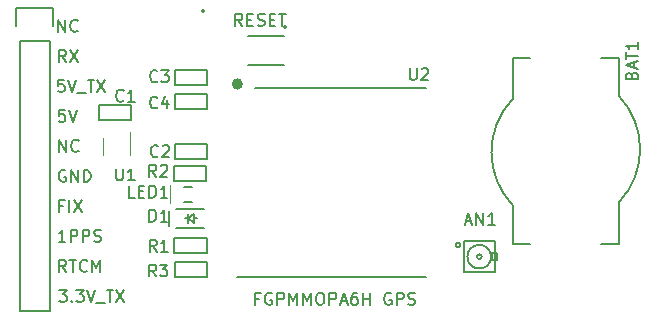
<source format=gto>
%TF.GenerationSoftware,KiCad,Pcbnew,4.0.5-e0-6337~49~ubuntu16.04.1*%
%TF.CreationDate,2017-01-10T12:19:59-08:00*%
%TF.ProjectId,fgpmmopa6h-gps-breakout,6667706D6D6F706136682D6770732D62,v1.0*%
%TF.FileFunction,Legend,Top*%
%FSLAX46Y46*%
G04 Gerber Fmt 4.6, Leading zero omitted, Abs format (unit mm)*
G04 Created by KiCad (PCBNEW 4.0.5-e0-6337~49~ubuntu16.04.1) date Tue Jan 10 12:19:59 2017*
%MOMM*%
%LPD*%
G01*
G04 APERTURE LIST*
%ADD10C,0.350000*%
%ADD11C,0.152400*%
%ADD12C,0.203200*%
%ADD13C,0.150000*%
%ADD14C,0.050000*%
%ADD15C,0.120000*%
%ADD16C,0.508000*%
G04 APERTURE END LIST*
D10*
D11*
X148384381Y-81231619D02*
X148045715Y-80747810D01*
X147803810Y-81231619D02*
X147803810Y-80215619D01*
X148190857Y-80215619D01*
X148287619Y-80264000D01*
X148336000Y-80312381D01*
X148384381Y-80409143D01*
X148384381Y-80554286D01*
X148336000Y-80651048D01*
X148287619Y-80699429D01*
X148190857Y-80747810D01*
X147803810Y-80747810D01*
X148819810Y-80699429D02*
X149158476Y-80699429D01*
X149303619Y-81231619D02*
X148819810Y-81231619D01*
X148819810Y-80215619D01*
X149303619Y-80215619D01*
X149690667Y-81183238D02*
X149835810Y-81231619D01*
X150077714Y-81231619D01*
X150174476Y-81183238D01*
X150222857Y-81134857D01*
X150271238Y-81038095D01*
X150271238Y-80941333D01*
X150222857Y-80844571D01*
X150174476Y-80796190D01*
X150077714Y-80747810D01*
X149884191Y-80699429D01*
X149787429Y-80651048D01*
X149739048Y-80602667D01*
X149690667Y-80505905D01*
X149690667Y-80409143D01*
X149739048Y-80312381D01*
X149787429Y-80264000D01*
X149884191Y-80215619D01*
X150126095Y-80215619D01*
X150271238Y-80264000D01*
X150706667Y-80699429D02*
X151045333Y-80699429D01*
X151190476Y-81231619D02*
X150706667Y-81231619D01*
X150706667Y-80215619D01*
X151190476Y-80215619D01*
X151480762Y-80215619D02*
X152061333Y-80215619D01*
X151771048Y-81231619D02*
X151771048Y-80215619D01*
X149799524Y-104321429D02*
X149460858Y-104321429D01*
X149460858Y-104853619D02*
X149460858Y-103837619D01*
X149944667Y-103837619D01*
X150863905Y-103886000D02*
X150767143Y-103837619D01*
X150622000Y-103837619D01*
X150476858Y-103886000D01*
X150380096Y-103982762D01*
X150331715Y-104079524D01*
X150283334Y-104273048D01*
X150283334Y-104418190D01*
X150331715Y-104611714D01*
X150380096Y-104708476D01*
X150476858Y-104805238D01*
X150622000Y-104853619D01*
X150718762Y-104853619D01*
X150863905Y-104805238D01*
X150912286Y-104756857D01*
X150912286Y-104418190D01*
X150718762Y-104418190D01*
X151347715Y-104853619D02*
X151347715Y-103837619D01*
X151734762Y-103837619D01*
X151831524Y-103886000D01*
X151879905Y-103934381D01*
X151928286Y-104031143D01*
X151928286Y-104176286D01*
X151879905Y-104273048D01*
X151831524Y-104321429D01*
X151734762Y-104369810D01*
X151347715Y-104369810D01*
X152363715Y-104853619D02*
X152363715Y-103837619D01*
X152702381Y-104563333D01*
X153041048Y-103837619D01*
X153041048Y-104853619D01*
X153524858Y-104853619D02*
X153524858Y-103837619D01*
X153863524Y-104563333D01*
X154202191Y-103837619D01*
X154202191Y-104853619D01*
X154879525Y-103837619D02*
X155073048Y-103837619D01*
X155169810Y-103886000D01*
X155266572Y-103982762D01*
X155314953Y-104176286D01*
X155314953Y-104514952D01*
X155266572Y-104708476D01*
X155169810Y-104805238D01*
X155073048Y-104853619D01*
X154879525Y-104853619D01*
X154782763Y-104805238D01*
X154686001Y-104708476D01*
X154637620Y-104514952D01*
X154637620Y-104176286D01*
X154686001Y-103982762D01*
X154782763Y-103886000D01*
X154879525Y-103837619D01*
X155750382Y-104853619D02*
X155750382Y-103837619D01*
X156137429Y-103837619D01*
X156234191Y-103886000D01*
X156282572Y-103934381D01*
X156330953Y-104031143D01*
X156330953Y-104176286D01*
X156282572Y-104273048D01*
X156234191Y-104321429D01*
X156137429Y-104369810D01*
X155750382Y-104369810D01*
X156718001Y-104563333D02*
X157201810Y-104563333D01*
X156621239Y-104853619D02*
X156959906Y-103837619D01*
X157298572Y-104853619D01*
X158072667Y-103837619D02*
X157879144Y-103837619D01*
X157782382Y-103886000D01*
X157734001Y-103934381D01*
X157637239Y-104079524D01*
X157588858Y-104273048D01*
X157588858Y-104660095D01*
X157637239Y-104756857D01*
X157685620Y-104805238D01*
X157782382Y-104853619D01*
X157975905Y-104853619D01*
X158072667Y-104805238D01*
X158121048Y-104756857D01*
X158169429Y-104660095D01*
X158169429Y-104418190D01*
X158121048Y-104321429D01*
X158072667Y-104273048D01*
X157975905Y-104224667D01*
X157782382Y-104224667D01*
X157685620Y-104273048D01*
X157637239Y-104321429D01*
X157588858Y-104418190D01*
X158604858Y-104853619D02*
X158604858Y-103837619D01*
X158604858Y-104321429D02*
X159185429Y-104321429D01*
X159185429Y-104853619D02*
X159185429Y-103837619D01*
X160975524Y-103886000D02*
X160878762Y-103837619D01*
X160733619Y-103837619D01*
X160588477Y-103886000D01*
X160491715Y-103982762D01*
X160443334Y-104079524D01*
X160394953Y-104273048D01*
X160394953Y-104418190D01*
X160443334Y-104611714D01*
X160491715Y-104708476D01*
X160588477Y-104805238D01*
X160733619Y-104853619D01*
X160830381Y-104853619D01*
X160975524Y-104805238D01*
X161023905Y-104756857D01*
X161023905Y-104418190D01*
X160830381Y-104418190D01*
X161459334Y-104853619D02*
X161459334Y-103837619D01*
X161846381Y-103837619D01*
X161943143Y-103886000D01*
X161991524Y-103934381D01*
X162039905Y-104031143D01*
X162039905Y-104176286D01*
X161991524Y-104273048D01*
X161943143Y-104321429D01*
X161846381Y-104369810D01*
X161459334Y-104369810D01*
X162426953Y-104805238D02*
X162572096Y-104853619D01*
X162814000Y-104853619D01*
X162910762Y-104805238D01*
X162959143Y-104756857D01*
X163007524Y-104660095D01*
X163007524Y-104563333D01*
X162959143Y-104466571D01*
X162910762Y-104418190D01*
X162814000Y-104369810D01*
X162620477Y-104321429D01*
X162523715Y-104273048D01*
X162475334Y-104224667D01*
X162426953Y-104127905D01*
X162426953Y-104031143D01*
X162475334Y-103934381D01*
X162523715Y-103886000D01*
X162620477Y-103837619D01*
X162862381Y-103837619D01*
X163007524Y-103886000D01*
X132878286Y-103583619D02*
X133507238Y-103583619D01*
X133168572Y-103970667D01*
X133313714Y-103970667D01*
X133410476Y-104019048D01*
X133458857Y-104067429D01*
X133507238Y-104164190D01*
X133507238Y-104406095D01*
X133458857Y-104502857D01*
X133410476Y-104551238D01*
X133313714Y-104599619D01*
X133023429Y-104599619D01*
X132926667Y-104551238D01*
X132878286Y-104502857D01*
X133942667Y-104502857D02*
X133991048Y-104551238D01*
X133942667Y-104599619D01*
X133894286Y-104551238D01*
X133942667Y-104502857D01*
X133942667Y-104599619D01*
X134329715Y-103583619D02*
X134958667Y-103583619D01*
X134620001Y-103970667D01*
X134765143Y-103970667D01*
X134861905Y-104019048D01*
X134910286Y-104067429D01*
X134958667Y-104164190D01*
X134958667Y-104406095D01*
X134910286Y-104502857D01*
X134861905Y-104551238D01*
X134765143Y-104599619D01*
X134474858Y-104599619D01*
X134378096Y-104551238D01*
X134329715Y-104502857D01*
X135248953Y-103583619D02*
X135587620Y-104599619D01*
X135926286Y-103583619D01*
X136023048Y-104696381D02*
X136797143Y-104696381D01*
X136893905Y-103583619D02*
X137474476Y-103583619D01*
X137184191Y-104599619D02*
X137184191Y-103583619D01*
X137716381Y-103583619D02*
X138393714Y-104599619D01*
X138393714Y-103583619D02*
X137716381Y-104599619D01*
X133458857Y-102059619D02*
X133120191Y-101575810D01*
X132878286Y-102059619D02*
X132878286Y-101043619D01*
X133265333Y-101043619D01*
X133362095Y-101092000D01*
X133410476Y-101140381D01*
X133458857Y-101237143D01*
X133458857Y-101382286D01*
X133410476Y-101479048D01*
X133362095Y-101527429D01*
X133265333Y-101575810D01*
X132878286Y-101575810D01*
X133749143Y-101043619D02*
X134329714Y-101043619D01*
X134039429Y-102059619D02*
X134039429Y-101043619D01*
X135248952Y-101962857D02*
X135200571Y-102011238D01*
X135055428Y-102059619D01*
X134958666Y-102059619D01*
X134813524Y-102011238D01*
X134716762Y-101914476D01*
X134668381Y-101817714D01*
X134620000Y-101624190D01*
X134620000Y-101479048D01*
X134668381Y-101285524D01*
X134716762Y-101188762D01*
X134813524Y-101092000D01*
X134958666Y-101043619D01*
X135055428Y-101043619D01*
X135200571Y-101092000D01*
X135248952Y-101140381D01*
X135684381Y-102059619D02*
X135684381Y-101043619D01*
X136023047Y-101769333D01*
X136361714Y-101043619D01*
X136361714Y-102059619D01*
X133410476Y-99519619D02*
X132829905Y-99519619D01*
X133120191Y-99519619D02*
X133120191Y-98503619D01*
X133023429Y-98648762D01*
X132926667Y-98745524D01*
X132829905Y-98793905D01*
X133845905Y-99519619D02*
X133845905Y-98503619D01*
X134232952Y-98503619D01*
X134329714Y-98552000D01*
X134378095Y-98600381D01*
X134426476Y-98697143D01*
X134426476Y-98842286D01*
X134378095Y-98939048D01*
X134329714Y-98987429D01*
X134232952Y-99035810D01*
X133845905Y-99035810D01*
X134861905Y-99519619D02*
X134861905Y-98503619D01*
X135248952Y-98503619D01*
X135345714Y-98552000D01*
X135394095Y-98600381D01*
X135442476Y-98697143D01*
X135442476Y-98842286D01*
X135394095Y-98939048D01*
X135345714Y-98987429D01*
X135248952Y-99035810D01*
X134861905Y-99035810D01*
X135829524Y-99471238D02*
X135974667Y-99519619D01*
X136216571Y-99519619D01*
X136313333Y-99471238D01*
X136361714Y-99422857D01*
X136410095Y-99326095D01*
X136410095Y-99229333D01*
X136361714Y-99132571D01*
X136313333Y-99084190D01*
X136216571Y-99035810D01*
X136023048Y-98987429D01*
X135926286Y-98939048D01*
X135877905Y-98890667D01*
X135829524Y-98793905D01*
X135829524Y-98697143D01*
X135877905Y-98600381D01*
X135926286Y-98552000D01*
X136023048Y-98503619D01*
X136264952Y-98503619D01*
X136410095Y-98552000D01*
X133216952Y-96447429D02*
X132878286Y-96447429D01*
X132878286Y-96979619D02*
X132878286Y-95963619D01*
X133362095Y-95963619D01*
X133749143Y-96979619D02*
X133749143Y-95963619D01*
X134136191Y-95963619D02*
X134813524Y-96979619D01*
X134813524Y-95963619D02*
X134136191Y-96979619D01*
X133410476Y-93472000D02*
X133313714Y-93423619D01*
X133168571Y-93423619D01*
X133023429Y-93472000D01*
X132926667Y-93568762D01*
X132878286Y-93665524D01*
X132829905Y-93859048D01*
X132829905Y-94004190D01*
X132878286Y-94197714D01*
X132926667Y-94294476D01*
X133023429Y-94391238D01*
X133168571Y-94439619D01*
X133265333Y-94439619D01*
X133410476Y-94391238D01*
X133458857Y-94342857D01*
X133458857Y-94004190D01*
X133265333Y-94004190D01*
X133894286Y-94439619D02*
X133894286Y-93423619D01*
X134474857Y-94439619D01*
X134474857Y-93423619D01*
X134958667Y-94439619D02*
X134958667Y-93423619D01*
X135200572Y-93423619D01*
X135345714Y-93472000D01*
X135442476Y-93568762D01*
X135490857Y-93665524D01*
X135539238Y-93859048D01*
X135539238Y-94004190D01*
X135490857Y-94197714D01*
X135442476Y-94294476D01*
X135345714Y-94391238D01*
X135200572Y-94439619D01*
X134958667Y-94439619D01*
X132878286Y-91899619D02*
X132878286Y-90883619D01*
X133458857Y-91899619D01*
X133458857Y-90883619D01*
X134523238Y-91802857D02*
X134474857Y-91851238D01*
X134329714Y-91899619D01*
X134232952Y-91899619D01*
X134087810Y-91851238D01*
X133991048Y-91754476D01*
X133942667Y-91657714D01*
X133894286Y-91464190D01*
X133894286Y-91319048D01*
X133942667Y-91125524D01*
X133991048Y-91028762D01*
X134087810Y-90932000D01*
X134232952Y-90883619D01*
X134329714Y-90883619D01*
X134474857Y-90932000D01*
X134523238Y-90980381D01*
X133362095Y-88343619D02*
X132878286Y-88343619D01*
X132829905Y-88827429D01*
X132878286Y-88779048D01*
X132975048Y-88730667D01*
X133216952Y-88730667D01*
X133313714Y-88779048D01*
X133362095Y-88827429D01*
X133410476Y-88924190D01*
X133410476Y-89166095D01*
X133362095Y-89262857D01*
X133313714Y-89311238D01*
X133216952Y-89359619D01*
X132975048Y-89359619D01*
X132878286Y-89311238D01*
X132829905Y-89262857D01*
X133700762Y-88343619D02*
X134039429Y-89359619D01*
X134378095Y-88343619D01*
X133295572Y-85803619D02*
X132811763Y-85803619D01*
X132763382Y-86287429D01*
X132811763Y-86239048D01*
X132908525Y-86190667D01*
X133150429Y-86190667D01*
X133247191Y-86239048D01*
X133295572Y-86287429D01*
X133343953Y-86384190D01*
X133343953Y-86626095D01*
X133295572Y-86722857D01*
X133247191Y-86771238D01*
X133150429Y-86819619D01*
X132908525Y-86819619D01*
X132811763Y-86771238D01*
X132763382Y-86722857D01*
X133634239Y-85803619D02*
X133972906Y-86819619D01*
X134311572Y-85803619D01*
X134408334Y-86916381D02*
X135182429Y-86916381D01*
X135279191Y-85803619D02*
X135859762Y-85803619D01*
X135569477Y-86819619D02*
X135569477Y-85803619D01*
X136101667Y-85803619D02*
X136779000Y-86819619D01*
X136779000Y-85803619D02*
X136101667Y-86819619D01*
X133458857Y-84279619D02*
X133120191Y-83795810D01*
X132878286Y-84279619D02*
X132878286Y-83263619D01*
X133265333Y-83263619D01*
X133362095Y-83312000D01*
X133410476Y-83360381D01*
X133458857Y-83457143D01*
X133458857Y-83602286D01*
X133410476Y-83699048D01*
X133362095Y-83747429D01*
X133265333Y-83795810D01*
X132878286Y-83795810D01*
X133797524Y-83263619D02*
X134474857Y-84279619D01*
X134474857Y-83263619D02*
X133797524Y-84279619D01*
X132805715Y-81739619D02*
X132805715Y-80723619D01*
X133386286Y-81739619D01*
X133386286Y-80723619D01*
X134450667Y-81642857D02*
X134402286Y-81691238D01*
X134257143Y-81739619D01*
X134160381Y-81739619D01*
X134015239Y-81691238D01*
X133918477Y-81594476D01*
X133870096Y-81497714D01*
X133821715Y-81304190D01*
X133821715Y-81159048D01*
X133870096Y-80965524D01*
X133918477Y-80868762D01*
X134015239Y-80772000D01*
X134160381Y-80723619D01*
X134257143Y-80723619D01*
X134402286Y-80772000D01*
X134450667Y-80820381D01*
D12*
X169541500Y-101074500D02*
X169541500Y-100474500D01*
X169941500Y-101074500D02*
X169441500Y-101074500D01*
X169941500Y-101074500D02*
X169941500Y-100474500D01*
X169941500Y-100474500D02*
X169441500Y-100474500D01*
X168641500Y-100774500D02*
G75*
G03X168641500Y-100774500I-200000J0D01*
G01*
X169441500Y-100774500D02*
G75*
G03X169441500Y-100774500I-1000000J0D01*
G01*
X167141500Y-99474500D02*
X167141500Y-102074500D01*
X167141500Y-102074500D02*
X169741500Y-102074500D01*
X169741500Y-102074500D02*
X169741500Y-99474500D01*
X169741500Y-99474500D02*
X167141500Y-99474500D01*
X166841500Y-99774500D02*
G75*
G03X166841500Y-99774500I-200000J0D01*
G01*
D11*
X180268000Y-83914000D02*
X178768000Y-83914000D01*
X180268000Y-87164000D02*
X180268000Y-83914000D01*
X180268000Y-99664000D02*
X178768000Y-99664000D01*
X180268000Y-99414000D02*
X180268000Y-99664000D01*
X180268000Y-96164000D02*
X180268000Y-99414000D01*
X180301387Y-96128494D02*
G75*
G03X180268000Y-87164000I-4783387J4464494D01*
G01*
X171234613Y-87449506D02*
G75*
G03X171268000Y-96414000I4783387J-4464494D01*
G01*
X171268000Y-87414000D02*
X171268000Y-84164000D01*
X171268000Y-84164000D02*
X171268000Y-83914000D01*
X171268000Y-83914000D02*
X172768000Y-83914000D01*
X171268000Y-96414000D02*
X171268000Y-99664000D01*
X171268000Y-99664000D02*
X172768000Y-99664000D01*
X136219500Y-87947500D02*
X136219500Y-89217500D01*
X138950000Y-87947500D02*
X138950000Y-89217500D01*
D13*
X136219500Y-87947500D02*
X138950000Y-87947500D01*
X138950000Y-89217500D02*
X136219500Y-89217500D01*
D11*
X145403000Y-92519500D02*
X145403000Y-91249500D01*
X142672500Y-92519500D02*
X142672500Y-91249500D01*
D13*
X145403000Y-92519500D02*
X142672500Y-92519500D01*
X142672500Y-91249500D02*
X145403000Y-91249500D01*
D11*
X145403000Y-86233000D02*
X145403000Y-84963000D01*
X142672500Y-86233000D02*
X142672500Y-84963000D01*
D13*
X145403000Y-86233000D02*
X142672500Y-86233000D01*
X142672500Y-84963000D02*
X145403000Y-84963000D01*
D11*
X145427000Y-88265000D02*
X145427000Y-86995000D01*
X142696500Y-88265000D02*
X142696500Y-86995000D01*
D13*
X145427000Y-88265000D02*
X142696500Y-88265000D01*
X142696500Y-86995000D02*
X145427000Y-86995000D01*
D11*
X142157000Y-96936000D02*
X142157000Y-98136000D01*
D13*
X144307000Y-97536000D02*
X144557000Y-97536000D01*
X143807000Y-97536000D02*
X143557000Y-97536000D01*
X143807000Y-97536000D02*
X144307000Y-97186000D01*
X144307000Y-97186000D02*
X144307000Y-97886000D01*
X144307000Y-97886000D02*
X143807000Y-97536000D01*
X143807000Y-97186000D02*
X143807000Y-97886000D01*
X142757000Y-98336000D02*
X145157000Y-98336000D01*
X142757000Y-96736000D02*
X145157000Y-96736000D01*
D14*
X142252000Y-96266000D02*
X142252000Y-94742000D01*
D13*
X143426000Y-94904000D02*
X144126000Y-94904000D01*
X144126000Y-96104000D02*
X143426000Y-96104000D01*
D11*
X142633000Y-99187000D02*
X142633000Y-100457000D01*
X145363500Y-99187000D02*
X145363500Y-100457000D01*
D13*
X142633000Y-99187000D02*
X145363500Y-99187000D01*
X145363500Y-100457000D02*
X142633000Y-100457000D01*
D11*
X142609000Y-93091000D02*
X142609000Y-94361000D01*
X145339500Y-93091000D02*
X145339500Y-94361000D01*
D13*
X142609000Y-93091000D02*
X145339500Y-93091000D01*
X145339500Y-94361000D02*
X142609000Y-94361000D01*
D11*
X145403000Y-102489000D02*
X145403000Y-101219000D01*
X142672500Y-102489000D02*
X142672500Y-101219000D01*
D13*
X145403000Y-102489000D02*
X142672500Y-102489000D01*
X142672500Y-101219000D02*
X145403000Y-101219000D01*
X151883320Y-82062000D02*
X148883320Y-82062000D01*
X151883320Y-84562000D02*
X148883320Y-84562000D01*
D10*
X151990000Y-81312000D02*
X151990000Y-81312000D01*
X145067980Y-79998820D02*
X145067980Y-79998820D01*
D15*
X138876500Y-92142500D02*
X138876500Y-90242500D01*
X136556500Y-90742500D02*
X136556500Y-92142500D01*
D16*
X148184953Y-86149180D02*
G75*
G03X148184953Y-86149180I-228953J0D01*
G01*
D11*
X149415500Y-86530180D02*
X163957000Y-86530180D01*
X163957000Y-102532180D02*
X147955000Y-102532180D01*
D13*
X132080000Y-82550000D02*
X132080000Y-105410000D01*
X132080000Y-105410000D02*
X129540000Y-105410000D01*
X129540000Y-105410000D02*
X129540000Y-82550000D01*
X132360000Y-79730000D02*
X132360000Y-81280000D01*
X132080000Y-82550000D02*
X129540000Y-82550000D01*
X129260000Y-81280000D02*
X129260000Y-79730000D01*
X129260000Y-79730000D02*
X132360000Y-79730000D01*
X167290905Y-97766167D02*
X167767096Y-97766167D01*
X167195667Y-98051881D02*
X167529000Y-97051881D01*
X167862334Y-98051881D01*
X168195667Y-98051881D02*
X168195667Y-97051881D01*
X168767096Y-98051881D01*
X168767096Y-97051881D01*
X169767096Y-98051881D02*
X169195667Y-98051881D01*
X169481381Y-98051881D02*
X169481381Y-97051881D01*
X169386143Y-97194738D01*
X169290905Y-97289976D01*
X169195667Y-97337595D01*
X181348071Y-85415285D02*
X181395690Y-85272428D01*
X181443310Y-85224809D01*
X181538548Y-85177190D01*
X181681405Y-85177190D01*
X181776643Y-85224809D01*
X181824262Y-85272428D01*
X181871881Y-85367666D01*
X181871881Y-85748619D01*
X180871881Y-85748619D01*
X180871881Y-85415285D01*
X180919500Y-85320047D01*
X180967119Y-85272428D01*
X181062357Y-85224809D01*
X181157595Y-85224809D01*
X181252833Y-85272428D01*
X181300452Y-85320047D01*
X181348071Y-85415285D01*
X181348071Y-85748619D01*
X181586167Y-84796238D02*
X181586167Y-84320047D01*
X181871881Y-84891476D02*
X180871881Y-84558143D01*
X181871881Y-84224809D01*
X180871881Y-84034333D02*
X180871881Y-83462904D01*
X181871881Y-83748619D02*
X180871881Y-83748619D01*
X181871881Y-82605761D02*
X181871881Y-83177190D01*
X181871881Y-82891476D02*
X180871881Y-82891476D01*
X181014738Y-82986714D01*
X181109976Y-83081952D01*
X181157595Y-83177190D01*
X138326834Y-87542643D02*
X138279215Y-87590262D01*
X138136358Y-87637881D01*
X138041120Y-87637881D01*
X137898262Y-87590262D01*
X137803024Y-87495024D01*
X137755405Y-87399786D01*
X137707786Y-87209310D01*
X137707786Y-87066452D01*
X137755405Y-86875976D01*
X137803024Y-86780738D01*
X137898262Y-86685500D01*
X138041120Y-86637881D01*
X138136358Y-86637881D01*
X138279215Y-86685500D01*
X138326834Y-86733119D01*
X139279215Y-87637881D02*
X138707786Y-87637881D01*
X138993500Y-87637881D02*
X138993500Y-86637881D01*
X138898262Y-86780738D01*
X138803024Y-86875976D01*
X138707786Y-86923595D01*
X141247834Y-92241643D02*
X141200215Y-92289262D01*
X141057358Y-92336881D01*
X140962120Y-92336881D01*
X140819262Y-92289262D01*
X140724024Y-92194024D01*
X140676405Y-92098786D01*
X140628786Y-91908310D01*
X140628786Y-91765452D01*
X140676405Y-91574976D01*
X140724024Y-91479738D01*
X140819262Y-91384500D01*
X140962120Y-91336881D01*
X141057358Y-91336881D01*
X141200215Y-91384500D01*
X141247834Y-91432119D01*
X141628786Y-91432119D02*
X141676405Y-91384500D01*
X141771643Y-91336881D01*
X142009739Y-91336881D01*
X142104977Y-91384500D01*
X142152596Y-91432119D01*
X142200215Y-91527357D01*
X142200215Y-91622595D01*
X142152596Y-91765452D01*
X141581167Y-92336881D01*
X142200215Y-92336881D01*
X141184334Y-85891643D02*
X141136715Y-85939262D01*
X140993858Y-85986881D01*
X140898620Y-85986881D01*
X140755762Y-85939262D01*
X140660524Y-85844024D01*
X140612905Y-85748786D01*
X140565286Y-85558310D01*
X140565286Y-85415452D01*
X140612905Y-85224976D01*
X140660524Y-85129738D01*
X140755762Y-85034500D01*
X140898620Y-84986881D01*
X140993858Y-84986881D01*
X141136715Y-85034500D01*
X141184334Y-85082119D01*
X141517667Y-84986881D02*
X142136715Y-84986881D01*
X141803381Y-85367833D01*
X141946239Y-85367833D01*
X142041477Y-85415452D01*
X142089096Y-85463071D01*
X142136715Y-85558310D01*
X142136715Y-85796405D01*
X142089096Y-85891643D01*
X142041477Y-85939262D01*
X141946239Y-85986881D01*
X141660524Y-85986881D01*
X141565286Y-85939262D01*
X141517667Y-85891643D01*
X141184334Y-88114143D02*
X141136715Y-88161762D01*
X140993858Y-88209381D01*
X140898620Y-88209381D01*
X140755762Y-88161762D01*
X140660524Y-88066524D01*
X140612905Y-87971286D01*
X140565286Y-87780810D01*
X140565286Y-87637952D01*
X140612905Y-87447476D01*
X140660524Y-87352238D01*
X140755762Y-87257000D01*
X140898620Y-87209381D01*
X140993858Y-87209381D01*
X141136715Y-87257000D01*
X141184334Y-87304619D01*
X142041477Y-87542714D02*
X142041477Y-88209381D01*
X141803381Y-87161762D02*
X141565286Y-87876048D01*
X142184334Y-87876048D01*
X140509905Y-97797881D02*
X140509905Y-96797881D01*
X140748000Y-96797881D01*
X140890858Y-96845500D01*
X140986096Y-96940738D01*
X141033715Y-97035976D01*
X141081334Y-97226452D01*
X141081334Y-97369310D01*
X141033715Y-97559786D01*
X140986096Y-97655024D01*
X140890858Y-97750262D01*
X140748000Y-97797881D01*
X140509905Y-97797881D01*
X142033715Y-97797881D02*
X141462286Y-97797881D01*
X141748000Y-97797881D02*
X141748000Y-96797881D01*
X141652762Y-96940738D01*
X141557524Y-97035976D01*
X141462286Y-97083595D01*
X139271810Y-95765881D02*
X138795619Y-95765881D01*
X138795619Y-94765881D01*
X139605143Y-95242071D02*
X139938477Y-95242071D01*
X140081334Y-95765881D02*
X139605143Y-95765881D01*
X139605143Y-94765881D01*
X140081334Y-94765881D01*
X140509905Y-95765881D02*
X140509905Y-94765881D01*
X140748000Y-94765881D01*
X140890858Y-94813500D01*
X140986096Y-94908738D01*
X141033715Y-95003976D01*
X141081334Y-95194452D01*
X141081334Y-95337310D01*
X141033715Y-95527786D01*
X140986096Y-95623024D01*
X140890858Y-95718262D01*
X140748000Y-95765881D01*
X140509905Y-95765881D01*
X142033715Y-95765881D02*
X141462286Y-95765881D01*
X141748000Y-95765881D02*
X141748000Y-94765881D01*
X141652762Y-94908738D01*
X141557524Y-95003976D01*
X141462286Y-95051595D01*
X141120834Y-100337881D02*
X140787500Y-99861690D01*
X140549405Y-100337881D02*
X140549405Y-99337881D01*
X140930358Y-99337881D01*
X141025596Y-99385500D01*
X141073215Y-99433119D01*
X141120834Y-99528357D01*
X141120834Y-99671214D01*
X141073215Y-99766452D01*
X141025596Y-99814071D01*
X140930358Y-99861690D01*
X140549405Y-99861690D01*
X142073215Y-100337881D02*
X141501786Y-100337881D01*
X141787500Y-100337881D02*
X141787500Y-99337881D01*
X141692262Y-99480738D01*
X141597024Y-99575976D01*
X141501786Y-99623595D01*
X141081334Y-93987881D02*
X140748000Y-93511690D01*
X140509905Y-93987881D02*
X140509905Y-92987881D01*
X140890858Y-92987881D01*
X140986096Y-93035500D01*
X141033715Y-93083119D01*
X141081334Y-93178357D01*
X141081334Y-93321214D01*
X141033715Y-93416452D01*
X140986096Y-93464071D01*
X140890858Y-93511690D01*
X140509905Y-93511690D01*
X141462286Y-93083119D02*
X141509905Y-93035500D01*
X141605143Y-92987881D01*
X141843239Y-92987881D01*
X141938477Y-93035500D01*
X141986096Y-93083119D01*
X142033715Y-93178357D01*
X142033715Y-93273595D01*
X141986096Y-93416452D01*
X141414667Y-93987881D01*
X142033715Y-93987881D01*
X141081334Y-102433381D02*
X140748000Y-101957190D01*
X140509905Y-102433381D02*
X140509905Y-101433381D01*
X140890858Y-101433381D01*
X140986096Y-101481000D01*
X141033715Y-101528619D01*
X141081334Y-101623857D01*
X141081334Y-101766714D01*
X141033715Y-101861952D01*
X140986096Y-101909571D01*
X140890858Y-101957190D01*
X140509905Y-101957190D01*
X141414667Y-101433381D02*
X142033715Y-101433381D01*
X141700381Y-101814333D01*
X141843239Y-101814333D01*
X141938477Y-101861952D01*
X141986096Y-101909571D01*
X142033715Y-102004810D01*
X142033715Y-102242905D01*
X141986096Y-102338143D01*
X141938477Y-102385762D01*
X141843239Y-102433381D01*
X141557524Y-102433381D01*
X141462286Y-102385762D01*
X141414667Y-102338143D01*
X137707786Y-93305381D02*
X137707786Y-94114905D01*
X137755405Y-94210143D01*
X137803024Y-94257762D01*
X137898262Y-94305381D01*
X138088739Y-94305381D01*
X138183977Y-94257762D01*
X138231596Y-94210143D01*
X138279215Y-94114905D01*
X138279215Y-93305381D01*
X139279215Y-94305381D02*
X138707786Y-94305381D01*
X138993500Y-94305381D02*
X138993500Y-93305381D01*
X138898262Y-93448238D01*
X138803024Y-93543476D01*
X138707786Y-93591095D01*
X162560095Y-84796381D02*
X162560095Y-85605905D01*
X162607714Y-85701143D01*
X162655333Y-85748762D01*
X162750571Y-85796381D01*
X162941048Y-85796381D01*
X163036286Y-85748762D01*
X163083905Y-85701143D01*
X163131524Y-85605905D01*
X163131524Y-84796381D01*
X163560095Y-84891619D02*
X163607714Y-84844000D01*
X163702952Y-84796381D01*
X163941048Y-84796381D01*
X164036286Y-84844000D01*
X164083905Y-84891619D01*
X164131524Y-84986857D01*
X164131524Y-85082095D01*
X164083905Y-85224952D01*
X163512476Y-85796381D01*
X164131524Y-85796381D01*
M02*

</source>
